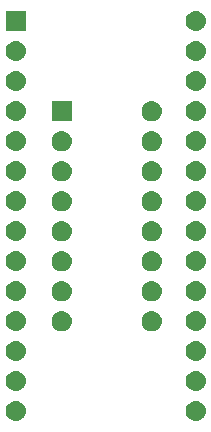
<source format=gbr>
G04 #@! TF.GenerationSoftware,KiCad,Pcbnew,(5.1.4)-1*
G04 #@! TF.CreationDate,2021-03-08T19:32:54-05:00*
G04 #@! TF.ProjectId,27c256_to_82s129,32376332-3536-45f7-946f-5f3832733132,rev?*
G04 #@! TF.SameCoordinates,Original*
G04 #@! TF.FileFunction,Soldermask,Bot*
G04 #@! TF.FilePolarity,Negative*
%FSLAX46Y46*%
G04 Gerber Fmt 4.6, Leading zero omitted, Abs format (unit mm)*
G04 Created by KiCad (PCBNEW (5.1.4)-1) date 2021-03-08 19:32:54*
%MOMM*%
%LPD*%
G04 APERTURE LIST*
%ADD10C,0.100000*%
G04 APERTURE END LIST*
D10*
G36*
X144781824Y-119866314D02*
G01*
X144942243Y-119914977D01*
X145074907Y-119985887D01*
X145090079Y-119993997D01*
X145219660Y-120100342D01*
X145326005Y-120229923D01*
X145326006Y-120229925D01*
X145405025Y-120377759D01*
X145453688Y-120538178D01*
X145470118Y-120705001D01*
X145453688Y-120871824D01*
X145405025Y-121032243D01*
X145334115Y-121164907D01*
X145326005Y-121180079D01*
X145219660Y-121309660D01*
X145090079Y-121416005D01*
X145090077Y-121416006D01*
X144942243Y-121495025D01*
X144781824Y-121543688D01*
X144656805Y-121556001D01*
X144573197Y-121556001D01*
X144448178Y-121543688D01*
X144287759Y-121495025D01*
X144139925Y-121416006D01*
X144139923Y-121416005D01*
X144010342Y-121309660D01*
X143903997Y-121180079D01*
X143895887Y-121164907D01*
X143824977Y-121032243D01*
X143776314Y-120871824D01*
X143759884Y-120705001D01*
X143776314Y-120538178D01*
X143824977Y-120377759D01*
X143903996Y-120229925D01*
X143903997Y-120229923D01*
X144010342Y-120100342D01*
X144139923Y-119993997D01*
X144155095Y-119985887D01*
X144287759Y-119914977D01*
X144448178Y-119866314D01*
X144573197Y-119854001D01*
X144656805Y-119854001D01*
X144781824Y-119866314D01*
X144781824Y-119866314D01*
G37*
G36*
X129541824Y-119866314D02*
G01*
X129702243Y-119914977D01*
X129834907Y-119985887D01*
X129850079Y-119993997D01*
X129979660Y-120100342D01*
X130086005Y-120229923D01*
X130086006Y-120229925D01*
X130165025Y-120377759D01*
X130213688Y-120538178D01*
X130230118Y-120705001D01*
X130213688Y-120871824D01*
X130165025Y-121032243D01*
X130094115Y-121164907D01*
X130086005Y-121180079D01*
X129979660Y-121309660D01*
X129850079Y-121416005D01*
X129850077Y-121416006D01*
X129702243Y-121495025D01*
X129541824Y-121543688D01*
X129416805Y-121556001D01*
X129333197Y-121556001D01*
X129208178Y-121543688D01*
X129047759Y-121495025D01*
X128899925Y-121416006D01*
X128899923Y-121416005D01*
X128770342Y-121309660D01*
X128663997Y-121180079D01*
X128655887Y-121164907D01*
X128584977Y-121032243D01*
X128536314Y-120871824D01*
X128519884Y-120705001D01*
X128536314Y-120538178D01*
X128584977Y-120377759D01*
X128663996Y-120229925D01*
X128663997Y-120229923D01*
X128770342Y-120100342D01*
X128899923Y-119993997D01*
X128915095Y-119985887D01*
X129047759Y-119914977D01*
X129208178Y-119866314D01*
X129333197Y-119854001D01*
X129416805Y-119854001D01*
X129541824Y-119866314D01*
X129541824Y-119866314D01*
G37*
G36*
X144781824Y-117326314D02*
G01*
X144942243Y-117374977D01*
X145074907Y-117445887D01*
X145090079Y-117453997D01*
X145219660Y-117560342D01*
X145326005Y-117689923D01*
X145326006Y-117689925D01*
X145405025Y-117837759D01*
X145453688Y-117998178D01*
X145470118Y-118165001D01*
X145453688Y-118331824D01*
X145405025Y-118492243D01*
X145334115Y-118624907D01*
X145326005Y-118640079D01*
X145219660Y-118769660D01*
X145090079Y-118876005D01*
X145090077Y-118876006D01*
X144942243Y-118955025D01*
X144781824Y-119003688D01*
X144656805Y-119016001D01*
X144573197Y-119016001D01*
X144448178Y-119003688D01*
X144287759Y-118955025D01*
X144139925Y-118876006D01*
X144139923Y-118876005D01*
X144010342Y-118769660D01*
X143903997Y-118640079D01*
X143895887Y-118624907D01*
X143824977Y-118492243D01*
X143776314Y-118331824D01*
X143759884Y-118165001D01*
X143776314Y-117998178D01*
X143824977Y-117837759D01*
X143903996Y-117689925D01*
X143903997Y-117689923D01*
X144010342Y-117560342D01*
X144139923Y-117453997D01*
X144155095Y-117445887D01*
X144287759Y-117374977D01*
X144448178Y-117326314D01*
X144573197Y-117314001D01*
X144656805Y-117314001D01*
X144781824Y-117326314D01*
X144781824Y-117326314D01*
G37*
G36*
X129541824Y-117326314D02*
G01*
X129702243Y-117374977D01*
X129834907Y-117445887D01*
X129850079Y-117453997D01*
X129979660Y-117560342D01*
X130086005Y-117689923D01*
X130086006Y-117689925D01*
X130165025Y-117837759D01*
X130213688Y-117998178D01*
X130230118Y-118165001D01*
X130213688Y-118331824D01*
X130165025Y-118492243D01*
X130094115Y-118624907D01*
X130086005Y-118640079D01*
X129979660Y-118769660D01*
X129850079Y-118876005D01*
X129850077Y-118876006D01*
X129702243Y-118955025D01*
X129541824Y-119003688D01*
X129416805Y-119016001D01*
X129333197Y-119016001D01*
X129208178Y-119003688D01*
X129047759Y-118955025D01*
X128899925Y-118876006D01*
X128899923Y-118876005D01*
X128770342Y-118769660D01*
X128663997Y-118640079D01*
X128655887Y-118624907D01*
X128584977Y-118492243D01*
X128536314Y-118331824D01*
X128519884Y-118165001D01*
X128536314Y-117998178D01*
X128584977Y-117837759D01*
X128663996Y-117689925D01*
X128663997Y-117689923D01*
X128770342Y-117560342D01*
X128899923Y-117453997D01*
X128915095Y-117445887D01*
X129047759Y-117374977D01*
X129208178Y-117326314D01*
X129333197Y-117314001D01*
X129416805Y-117314001D01*
X129541824Y-117326314D01*
X129541824Y-117326314D01*
G37*
G36*
X129541824Y-114786314D02*
G01*
X129702243Y-114834977D01*
X129834907Y-114905887D01*
X129850079Y-114913997D01*
X129979660Y-115020342D01*
X130086005Y-115149923D01*
X130086006Y-115149925D01*
X130165025Y-115297759D01*
X130213688Y-115458178D01*
X130230118Y-115625001D01*
X130213688Y-115791824D01*
X130165025Y-115952243D01*
X130094115Y-116084907D01*
X130086005Y-116100079D01*
X129979660Y-116229660D01*
X129850079Y-116336005D01*
X129850077Y-116336006D01*
X129702243Y-116415025D01*
X129541824Y-116463688D01*
X129416805Y-116476001D01*
X129333197Y-116476001D01*
X129208178Y-116463688D01*
X129047759Y-116415025D01*
X128899925Y-116336006D01*
X128899923Y-116336005D01*
X128770342Y-116229660D01*
X128663997Y-116100079D01*
X128655887Y-116084907D01*
X128584977Y-115952243D01*
X128536314Y-115791824D01*
X128519884Y-115625001D01*
X128536314Y-115458178D01*
X128584977Y-115297759D01*
X128663996Y-115149925D01*
X128663997Y-115149923D01*
X128770342Y-115020342D01*
X128899923Y-114913997D01*
X128915095Y-114905887D01*
X129047759Y-114834977D01*
X129208178Y-114786314D01*
X129333197Y-114774001D01*
X129416805Y-114774001D01*
X129541824Y-114786314D01*
X129541824Y-114786314D01*
G37*
G36*
X144781824Y-114786314D02*
G01*
X144942243Y-114834977D01*
X145074907Y-114905887D01*
X145090079Y-114913997D01*
X145219660Y-115020342D01*
X145326005Y-115149923D01*
X145326006Y-115149925D01*
X145405025Y-115297759D01*
X145453688Y-115458178D01*
X145470118Y-115625001D01*
X145453688Y-115791824D01*
X145405025Y-115952243D01*
X145334115Y-116084907D01*
X145326005Y-116100079D01*
X145219660Y-116229660D01*
X145090079Y-116336005D01*
X145090077Y-116336006D01*
X144942243Y-116415025D01*
X144781824Y-116463688D01*
X144656805Y-116476001D01*
X144573197Y-116476001D01*
X144448178Y-116463688D01*
X144287759Y-116415025D01*
X144139925Y-116336006D01*
X144139923Y-116336005D01*
X144010342Y-116229660D01*
X143903997Y-116100079D01*
X143895887Y-116084907D01*
X143824977Y-115952243D01*
X143776314Y-115791824D01*
X143759884Y-115625001D01*
X143776314Y-115458178D01*
X143824977Y-115297759D01*
X143903996Y-115149925D01*
X143903997Y-115149923D01*
X144010342Y-115020342D01*
X144139923Y-114913997D01*
X144155095Y-114905887D01*
X144287759Y-114834977D01*
X144448178Y-114786314D01*
X144573197Y-114774001D01*
X144656805Y-114774001D01*
X144781824Y-114786314D01*
X144781824Y-114786314D01*
G37*
G36*
X141046823Y-112261313D02*
G01*
X141207242Y-112309976D01*
X141327015Y-112373996D01*
X141355078Y-112388996D01*
X141484659Y-112495341D01*
X141591004Y-112624922D01*
X141591005Y-112624924D01*
X141670024Y-112772758D01*
X141718687Y-112933177D01*
X141735117Y-113100000D01*
X141718687Y-113266823D01*
X141670024Y-113427242D01*
X141599114Y-113559906D01*
X141591004Y-113575078D01*
X141484659Y-113704659D01*
X141355078Y-113811004D01*
X141355076Y-113811005D01*
X141207242Y-113890024D01*
X141046823Y-113938687D01*
X140921804Y-113951000D01*
X140838196Y-113951000D01*
X140713177Y-113938687D01*
X140552758Y-113890024D01*
X140404924Y-113811005D01*
X140404922Y-113811004D01*
X140275341Y-113704659D01*
X140168996Y-113575078D01*
X140160886Y-113559906D01*
X140089976Y-113427242D01*
X140041313Y-113266823D01*
X140024883Y-113100000D01*
X140041313Y-112933177D01*
X140089976Y-112772758D01*
X140168995Y-112624924D01*
X140168996Y-112624922D01*
X140275341Y-112495341D01*
X140404922Y-112388996D01*
X140432985Y-112373996D01*
X140552758Y-112309976D01*
X140713177Y-112261313D01*
X140838196Y-112249000D01*
X140921804Y-112249000D01*
X141046823Y-112261313D01*
X141046823Y-112261313D01*
G37*
G36*
X133426823Y-112261313D02*
G01*
X133587242Y-112309976D01*
X133707015Y-112373996D01*
X133735078Y-112388996D01*
X133864659Y-112495341D01*
X133971004Y-112624922D01*
X133971005Y-112624924D01*
X134050024Y-112772758D01*
X134098687Y-112933177D01*
X134115117Y-113100000D01*
X134098687Y-113266823D01*
X134050024Y-113427242D01*
X133979114Y-113559906D01*
X133971004Y-113575078D01*
X133864659Y-113704659D01*
X133735078Y-113811004D01*
X133735076Y-113811005D01*
X133587242Y-113890024D01*
X133426823Y-113938687D01*
X133301804Y-113951000D01*
X133218196Y-113951000D01*
X133093177Y-113938687D01*
X132932758Y-113890024D01*
X132784924Y-113811005D01*
X132784922Y-113811004D01*
X132655341Y-113704659D01*
X132548996Y-113575078D01*
X132540886Y-113559906D01*
X132469976Y-113427242D01*
X132421313Y-113266823D01*
X132404883Y-113100000D01*
X132421313Y-112933177D01*
X132469976Y-112772758D01*
X132548995Y-112624924D01*
X132548996Y-112624922D01*
X132655341Y-112495341D01*
X132784922Y-112388996D01*
X132812985Y-112373996D01*
X132932758Y-112309976D01*
X133093177Y-112261313D01*
X133218196Y-112249000D01*
X133301804Y-112249000D01*
X133426823Y-112261313D01*
X133426823Y-112261313D01*
G37*
G36*
X144781824Y-112246314D02*
G01*
X144942243Y-112294977D01*
X145074907Y-112365887D01*
X145090079Y-112373997D01*
X145219660Y-112480342D01*
X145326005Y-112609923D01*
X145326006Y-112609925D01*
X145405025Y-112757759D01*
X145453688Y-112918178D01*
X145470118Y-113085001D01*
X145453688Y-113251824D01*
X145405025Y-113412243D01*
X145334115Y-113544907D01*
X145326005Y-113560079D01*
X145219660Y-113689660D01*
X145090079Y-113796005D01*
X145090077Y-113796006D01*
X144942243Y-113875025D01*
X144781824Y-113923688D01*
X144656805Y-113936001D01*
X144573197Y-113936001D01*
X144448178Y-113923688D01*
X144287759Y-113875025D01*
X144139925Y-113796006D01*
X144139923Y-113796005D01*
X144010342Y-113689660D01*
X143903997Y-113560079D01*
X143895887Y-113544907D01*
X143824977Y-113412243D01*
X143776314Y-113251824D01*
X143759884Y-113085001D01*
X143776314Y-112918178D01*
X143824977Y-112757759D01*
X143903996Y-112609925D01*
X143903997Y-112609923D01*
X144010342Y-112480342D01*
X144139923Y-112373997D01*
X144155095Y-112365887D01*
X144287759Y-112294977D01*
X144448178Y-112246314D01*
X144573197Y-112234001D01*
X144656805Y-112234001D01*
X144781824Y-112246314D01*
X144781824Y-112246314D01*
G37*
G36*
X129541824Y-112246314D02*
G01*
X129702243Y-112294977D01*
X129834907Y-112365887D01*
X129850079Y-112373997D01*
X129979660Y-112480342D01*
X130086005Y-112609923D01*
X130086006Y-112609925D01*
X130165025Y-112757759D01*
X130213688Y-112918178D01*
X130230118Y-113085001D01*
X130213688Y-113251824D01*
X130165025Y-113412243D01*
X130094115Y-113544907D01*
X130086005Y-113560079D01*
X129979660Y-113689660D01*
X129850079Y-113796005D01*
X129850077Y-113796006D01*
X129702243Y-113875025D01*
X129541824Y-113923688D01*
X129416805Y-113936001D01*
X129333197Y-113936001D01*
X129208178Y-113923688D01*
X129047759Y-113875025D01*
X128899925Y-113796006D01*
X128899923Y-113796005D01*
X128770342Y-113689660D01*
X128663997Y-113560079D01*
X128655887Y-113544907D01*
X128584977Y-113412243D01*
X128536314Y-113251824D01*
X128519884Y-113085001D01*
X128536314Y-112918178D01*
X128584977Y-112757759D01*
X128663996Y-112609925D01*
X128663997Y-112609923D01*
X128770342Y-112480342D01*
X128899923Y-112373997D01*
X128915095Y-112365887D01*
X129047759Y-112294977D01*
X129208178Y-112246314D01*
X129333197Y-112234001D01*
X129416805Y-112234001D01*
X129541824Y-112246314D01*
X129541824Y-112246314D01*
G37*
G36*
X141046823Y-109721313D02*
G01*
X141207242Y-109769976D01*
X141327015Y-109833996D01*
X141355078Y-109848996D01*
X141484659Y-109955341D01*
X141591004Y-110084922D01*
X141591005Y-110084924D01*
X141670024Y-110232758D01*
X141718687Y-110393177D01*
X141735117Y-110560000D01*
X141718687Y-110726823D01*
X141670024Y-110887242D01*
X141599114Y-111019906D01*
X141591004Y-111035078D01*
X141484659Y-111164659D01*
X141355078Y-111271004D01*
X141355076Y-111271005D01*
X141207242Y-111350024D01*
X141046823Y-111398687D01*
X140921804Y-111411000D01*
X140838196Y-111411000D01*
X140713177Y-111398687D01*
X140552758Y-111350024D01*
X140404924Y-111271005D01*
X140404922Y-111271004D01*
X140275341Y-111164659D01*
X140168996Y-111035078D01*
X140160886Y-111019906D01*
X140089976Y-110887242D01*
X140041313Y-110726823D01*
X140024883Y-110560000D01*
X140041313Y-110393177D01*
X140089976Y-110232758D01*
X140168995Y-110084924D01*
X140168996Y-110084922D01*
X140275341Y-109955341D01*
X140404922Y-109848996D01*
X140432985Y-109833996D01*
X140552758Y-109769976D01*
X140713177Y-109721313D01*
X140838196Y-109709000D01*
X140921804Y-109709000D01*
X141046823Y-109721313D01*
X141046823Y-109721313D01*
G37*
G36*
X133426823Y-109721313D02*
G01*
X133587242Y-109769976D01*
X133707015Y-109833996D01*
X133735078Y-109848996D01*
X133864659Y-109955341D01*
X133971004Y-110084922D01*
X133971005Y-110084924D01*
X134050024Y-110232758D01*
X134098687Y-110393177D01*
X134115117Y-110560000D01*
X134098687Y-110726823D01*
X134050024Y-110887242D01*
X133979114Y-111019906D01*
X133971004Y-111035078D01*
X133864659Y-111164659D01*
X133735078Y-111271004D01*
X133735076Y-111271005D01*
X133587242Y-111350024D01*
X133426823Y-111398687D01*
X133301804Y-111411000D01*
X133218196Y-111411000D01*
X133093177Y-111398687D01*
X132932758Y-111350024D01*
X132784924Y-111271005D01*
X132784922Y-111271004D01*
X132655341Y-111164659D01*
X132548996Y-111035078D01*
X132540886Y-111019906D01*
X132469976Y-110887242D01*
X132421313Y-110726823D01*
X132404883Y-110560000D01*
X132421313Y-110393177D01*
X132469976Y-110232758D01*
X132548995Y-110084924D01*
X132548996Y-110084922D01*
X132655341Y-109955341D01*
X132784922Y-109848996D01*
X132812985Y-109833996D01*
X132932758Y-109769976D01*
X133093177Y-109721313D01*
X133218196Y-109709000D01*
X133301804Y-109709000D01*
X133426823Y-109721313D01*
X133426823Y-109721313D01*
G37*
G36*
X144781824Y-109706314D02*
G01*
X144942243Y-109754977D01*
X145074907Y-109825887D01*
X145090079Y-109833997D01*
X145219660Y-109940342D01*
X145326005Y-110069923D01*
X145326006Y-110069925D01*
X145405025Y-110217759D01*
X145453688Y-110378178D01*
X145470118Y-110545001D01*
X145453688Y-110711824D01*
X145405025Y-110872243D01*
X145334115Y-111004907D01*
X145326005Y-111020079D01*
X145219660Y-111149660D01*
X145090079Y-111256005D01*
X145090077Y-111256006D01*
X144942243Y-111335025D01*
X144781824Y-111383688D01*
X144656805Y-111396001D01*
X144573197Y-111396001D01*
X144448178Y-111383688D01*
X144287759Y-111335025D01*
X144139925Y-111256006D01*
X144139923Y-111256005D01*
X144010342Y-111149660D01*
X143903997Y-111020079D01*
X143895887Y-111004907D01*
X143824977Y-110872243D01*
X143776314Y-110711824D01*
X143759884Y-110545001D01*
X143776314Y-110378178D01*
X143824977Y-110217759D01*
X143903996Y-110069925D01*
X143903997Y-110069923D01*
X144010342Y-109940342D01*
X144139923Y-109833997D01*
X144155095Y-109825887D01*
X144287759Y-109754977D01*
X144448178Y-109706314D01*
X144573197Y-109694001D01*
X144656805Y-109694001D01*
X144781824Y-109706314D01*
X144781824Y-109706314D01*
G37*
G36*
X129541824Y-109706314D02*
G01*
X129702243Y-109754977D01*
X129834907Y-109825887D01*
X129850079Y-109833997D01*
X129979660Y-109940342D01*
X130086005Y-110069923D01*
X130086006Y-110069925D01*
X130165025Y-110217759D01*
X130213688Y-110378178D01*
X130230118Y-110545001D01*
X130213688Y-110711824D01*
X130165025Y-110872243D01*
X130094115Y-111004907D01*
X130086005Y-111020079D01*
X129979660Y-111149660D01*
X129850079Y-111256005D01*
X129850077Y-111256006D01*
X129702243Y-111335025D01*
X129541824Y-111383688D01*
X129416805Y-111396001D01*
X129333197Y-111396001D01*
X129208178Y-111383688D01*
X129047759Y-111335025D01*
X128899925Y-111256006D01*
X128899923Y-111256005D01*
X128770342Y-111149660D01*
X128663997Y-111020079D01*
X128655887Y-111004907D01*
X128584977Y-110872243D01*
X128536314Y-110711824D01*
X128519884Y-110545001D01*
X128536314Y-110378178D01*
X128584977Y-110217759D01*
X128663996Y-110069925D01*
X128663997Y-110069923D01*
X128770342Y-109940342D01*
X128899923Y-109833997D01*
X128915095Y-109825887D01*
X129047759Y-109754977D01*
X129208178Y-109706314D01*
X129333197Y-109694001D01*
X129416805Y-109694001D01*
X129541824Y-109706314D01*
X129541824Y-109706314D01*
G37*
G36*
X141046823Y-107181313D02*
G01*
X141207242Y-107229976D01*
X141327015Y-107293996D01*
X141355078Y-107308996D01*
X141484659Y-107415341D01*
X141591004Y-107544922D01*
X141591005Y-107544924D01*
X141670024Y-107692758D01*
X141718687Y-107853177D01*
X141735117Y-108020000D01*
X141718687Y-108186823D01*
X141670024Y-108347242D01*
X141599114Y-108479906D01*
X141591004Y-108495078D01*
X141484659Y-108624659D01*
X141355078Y-108731004D01*
X141355076Y-108731005D01*
X141207242Y-108810024D01*
X141046823Y-108858687D01*
X140921804Y-108871000D01*
X140838196Y-108871000D01*
X140713177Y-108858687D01*
X140552758Y-108810024D01*
X140404924Y-108731005D01*
X140404922Y-108731004D01*
X140275341Y-108624659D01*
X140168996Y-108495078D01*
X140160886Y-108479906D01*
X140089976Y-108347242D01*
X140041313Y-108186823D01*
X140024883Y-108020000D01*
X140041313Y-107853177D01*
X140089976Y-107692758D01*
X140168995Y-107544924D01*
X140168996Y-107544922D01*
X140275341Y-107415341D01*
X140404922Y-107308996D01*
X140432985Y-107293996D01*
X140552758Y-107229976D01*
X140713177Y-107181313D01*
X140838196Y-107169000D01*
X140921804Y-107169000D01*
X141046823Y-107181313D01*
X141046823Y-107181313D01*
G37*
G36*
X133426823Y-107181313D02*
G01*
X133587242Y-107229976D01*
X133707015Y-107293996D01*
X133735078Y-107308996D01*
X133864659Y-107415341D01*
X133971004Y-107544922D01*
X133971005Y-107544924D01*
X134050024Y-107692758D01*
X134098687Y-107853177D01*
X134115117Y-108020000D01*
X134098687Y-108186823D01*
X134050024Y-108347242D01*
X133979114Y-108479906D01*
X133971004Y-108495078D01*
X133864659Y-108624659D01*
X133735078Y-108731004D01*
X133735076Y-108731005D01*
X133587242Y-108810024D01*
X133426823Y-108858687D01*
X133301804Y-108871000D01*
X133218196Y-108871000D01*
X133093177Y-108858687D01*
X132932758Y-108810024D01*
X132784924Y-108731005D01*
X132784922Y-108731004D01*
X132655341Y-108624659D01*
X132548996Y-108495078D01*
X132540886Y-108479906D01*
X132469976Y-108347242D01*
X132421313Y-108186823D01*
X132404883Y-108020000D01*
X132421313Y-107853177D01*
X132469976Y-107692758D01*
X132548995Y-107544924D01*
X132548996Y-107544922D01*
X132655341Y-107415341D01*
X132784922Y-107308996D01*
X132812985Y-107293996D01*
X132932758Y-107229976D01*
X133093177Y-107181313D01*
X133218196Y-107169000D01*
X133301804Y-107169000D01*
X133426823Y-107181313D01*
X133426823Y-107181313D01*
G37*
G36*
X144781824Y-107166314D02*
G01*
X144942243Y-107214977D01*
X145074907Y-107285887D01*
X145090079Y-107293997D01*
X145219660Y-107400342D01*
X145326005Y-107529923D01*
X145326006Y-107529925D01*
X145405025Y-107677759D01*
X145453688Y-107838178D01*
X145470118Y-108005001D01*
X145453688Y-108171824D01*
X145405025Y-108332243D01*
X145334115Y-108464907D01*
X145326005Y-108480079D01*
X145219660Y-108609660D01*
X145090079Y-108716005D01*
X145090077Y-108716006D01*
X144942243Y-108795025D01*
X144781824Y-108843688D01*
X144656805Y-108856001D01*
X144573197Y-108856001D01*
X144448178Y-108843688D01*
X144287759Y-108795025D01*
X144139925Y-108716006D01*
X144139923Y-108716005D01*
X144010342Y-108609660D01*
X143903997Y-108480079D01*
X143895887Y-108464907D01*
X143824977Y-108332243D01*
X143776314Y-108171824D01*
X143759884Y-108005001D01*
X143776314Y-107838178D01*
X143824977Y-107677759D01*
X143903996Y-107529925D01*
X143903997Y-107529923D01*
X144010342Y-107400342D01*
X144139923Y-107293997D01*
X144155095Y-107285887D01*
X144287759Y-107214977D01*
X144448178Y-107166314D01*
X144573197Y-107154001D01*
X144656805Y-107154001D01*
X144781824Y-107166314D01*
X144781824Y-107166314D01*
G37*
G36*
X129541824Y-107166314D02*
G01*
X129702243Y-107214977D01*
X129834907Y-107285887D01*
X129850079Y-107293997D01*
X129979660Y-107400342D01*
X130086005Y-107529923D01*
X130086006Y-107529925D01*
X130165025Y-107677759D01*
X130213688Y-107838178D01*
X130230118Y-108005001D01*
X130213688Y-108171824D01*
X130165025Y-108332243D01*
X130094115Y-108464907D01*
X130086005Y-108480079D01*
X129979660Y-108609660D01*
X129850079Y-108716005D01*
X129850077Y-108716006D01*
X129702243Y-108795025D01*
X129541824Y-108843688D01*
X129416805Y-108856001D01*
X129333197Y-108856001D01*
X129208178Y-108843688D01*
X129047759Y-108795025D01*
X128899925Y-108716006D01*
X128899923Y-108716005D01*
X128770342Y-108609660D01*
X128663997Y-108480079D01*
X128655887Y-108464907D01*
X128584977Y-108332243D01*
X128536314Y-108171824D01*
X128519884Y-108005001D01*
X128536314Y-107838178D01*
X128584977Y-107677759D01*
X128663996Y-107529925D01*
X128663997Y-107529923D01*
X128770342Y-107400342D01*
X128899923Y-107293997D01*
X128915095Y-107285887D01*
X129047759Y-107214977D01*
X129208178Y-107166314D01*
X129333197Y-107154001D01*
X129416805Y-107154001D01*
X129541824Y-107166314D01*
X129541824Y-107166314D01*
G37*
G36*
X133426823Y-104641313D02*
G01*
X133587242Y-104689976D01*
X133707015Y-104753996D01*
X133735078Y-104768996D01*
X133864659Y-104875341D01*
X133971004Y-105004922D01*
X133971005Y-105004924D01*
X134050024Y-105152758D01*
X134098687Y-105313177D01*
X134115117Y-105480000D01*
X134098687Y-105646823D01*
X134050024Y-105807242D01*
X133979114Y-105939906D01*
X133971004Y-105955078D01*
X133864659Y-106084659D01*
X133735078Y-106191004D01*
X133735076Y-106191005D01*
X133587242Y-106270024D01*
X133426823Y-106318687D01*
X133301804Y-106331000D01*
X133218196Y-106331000D01*
X133093177Y-106318687D01*
X132932758Y-106270024D01*
X132784924Y-106191005D01*
X132784922Y-106191004D01*
X132655341Y-106084659D01*
X132548996Y-105955078D01*
X132540886Y-105939906D01*
X132469976Y-105807242D01*
X132421313Y-105646823D01*
X132404883Y-105480000D01*
X132421313Y-105313177D01*
X132469976Y-105152758D01*
X132548995Y-105004924D01*
X132548996Y-105004922D01*
X132655341Y-104875341D01*
X132784922Y-104768996D01*
X132812985Y-104753996D01*
X132932758Y-104689976D01*
X133093177Y-104641313D01*
X133218196Y-104629000D01*
X133301804Y-104629000D01*
X133426823Y-104641313D01*
X133426823Y-104641313D01*
G37*
G36*
X141046823Y-104641313D02*
G01*
X141207242Y-104689976D01*
X141327015Y-104753996D01*
X141355078Y-104768996D01*
X141484659Y-104875341D01*
X141591004Y-105004922D01*
X141591005Y-105004924D01*
X141670024Y-105152758D01*
X141718687Y-105313177D01*
X141735117Y-105480000D01*
X141718687Y-105646823D01*
X141670024Y-105807242D01*
X141599114Y-105939906D01*
X141591004Y-105955078D01*
X141484659Y-106084659D01*
X141355078Y-106191004D01*
X141355076Y-106191005D01*
X141207242Y-106270024D01*
X141046823Y-106318687D01*
X140921804Y-106331000D01*
X140838196Y-106331000D01*
X140713177Y-106318687D01*
X140552758Y-106270024D01*
X140404924Y-106191005D01*
X140404922Y-106191004D01*
X140275341Y-106084659D01*
X140168996Y-105955078D01*
X140160886Y-105939906D01*
X140089976Y-105807242D01*
X140041313Y-105646823D01*
X140024883Y-105480000D01*
X140041313Y-105313177D01*
X140089976Y-105152758D01*
X140168995Y-105004924D01*
X140168996Y-105004922D01*
X140275341Y-104875341D01*
X140404922Y-104768996D01*
X140432985Y-104753996D01*
X140552758Y-104689976D01*
X140713177Y-104641313D01*
X140838196Y-104629000D01*
X140921804Y-104629000D01*
X141046823Y-104641313D01*
X141046823Y-104641313D01*
G37*
G36*
X129541824Y-104626314D02*
G01*
X129702243Y-104674977D01*
X129834907Y-104745887D01*
X129850079Y-104753997D01*
X129979660Y-104860342D01*
X130086005Y-104989923D01*
X130086006Y-104989925D01*
X130165025Y-105137759D01*
X130213688Y-105298178D01*
X130230118Y-105465001D01*
X130213688Y-105631824D01*
X130165025Y-105792243D01*
X130094115Y-105924907D01*
X130086005Y-105940079D01*
X129979660Y-106069660D01*
X129850079Y-106176005D01*
X129850077Y-106176006D01*
X129702243Y-106255025D01*
X129541824Y-106303688D01*
X129416805Y-106316001D01*
X129333197Y-106316001D01*
X129208178Y-106303688D01*
X129047759Y-106255025D01*
X128899925Y-106176006D01*
X128899923Y-106176005D01*
X128770342Y-106069660D01*
X128663997Y-105940079D01*
X128655887Y-105924907D01*
X128584977Y-105792243D01*
X128536314Y-105631824D01*
X128519884Y-105465001D01*
X128536314Y-105298178D01*
X128584977Y-105137759D01*
X128663996Y-104989925D01*
X128663997Y-104989923D01*
X128770342Y-104860342D01*
X128899923Y-104753997D01*
X128915095Y-104745887D01*
X129047759Y-104674977D01*
X129208178Y-104626314D01*
X129333197Y-104614001D01*
X129416805Y-104614001D01*
X129541824Y-104626314D01*
X129541824Y-104626314D01*
G37*
G36*
X144781824Y-104626314D02*
G01*
X144942243Y-104674977D01*
X145074907Y-104745887D01*
X145090079Y-104753997D01*
X145219660Y-104860342D01*
X145326005Y-104989923D01*
X145326006Y-104989925D01*
X145405025Y-105137759D01*
X145453688Y-105298178D01*
X145470118Y-105465001D01*
X145453688Y-105631824D01*
X145405025Y-105792243D01*
X145334115Y-105924907D01*
X145326005Y-105940079D01*
X145219660Y-106069660D01*
X145090079Y-106176005D01*
X145090077Y-106176006D01*
X144942243Y-106255025D01*
X144781824Y-106303688D01*
X144656805Y-106316001D01*
X144573197Y-106316001D01*
X144448178Y-106303688D01*
X144287759Y-106255025D01*
X144139925Y-106176006D01*
X144139923Y-106176005D01*
X144010342Y-106069660D01*
X143903997Y-105940079D01*
X143895887Y-105924907D01*
X143824977Y-105792243D01*
X143776314Y-105631824D01*
X143759884Y-105465001D01*
X143776314Y-105298178D01*
X143824977Y-105137759D01*
X143903996Y-104989925D01*
X143903997Y-104989923D01*
X144010342Y-104860342D01*
X144139923Y-104753997D01*
X144155095Y-104745887D01*
X144287759Y-104674977D01*
X144448178Y-104626314D01*
X144573197Y-104614001D01*
X144656805Y-104614001D01*
X144781824Y-104626314D01*
X144781824Y-104626314D01*
G37*
G36*
X141046823Y-102101313D02*
G01*
X141207242Y-102149976D01*
X141327015Y-102213996D01*
X141355078Y-102228996D01*
X141484659Y-102335341D01*
X141591004Y-102464922D01*
X141591005Y-102464924D01*
X141670024Y-102612758D01*
X141718687Y-102773177D01*
X141735117Y-102940000D01*
X141718687Y-103106823D01*
X141670024Y-103267242D01*
X141599114Y-103399906D01*
X141591004Y-103415078D01*
X141484659Y-103544659D01*
X141355078Y-103651004D01*
X141355076Y-103651005D01*
X141207242Y-103730024D01*
X141046823Y-103778687D01*
X140921804Y-103791000D01*
X140838196Y-103791000D01*
X140713177Y-103778687D01*
X140552758Y-103730024D01*
X140404924Y-103651005D01*
X140404922Y-103651004D01*
X140275341Y-103544659D01*
X140168996Y-103415078D01*
X140160886Y-103399906D01*
X140089976Y-103267242D01*
X140041313Y-103106823D01*
X140024883Y-102940000D01*
X140041313Y-102773177D01*
X140089976Y-102612758D01*
X140168995Y-102464924D01*
X140168996Y-102464922D01*
X140275341Y-102335341D01*
X140404922Y-102228996D01*
X140432985Y-102213996D01*
X140552758Y-102149976D01*
X140713177Y-102101313D01*
X140838196Y-102089000D01*
X140921804Y-102089000D01*
X141046823Y-102101313D01*
X141046823Y-102101313D01*
G37*
G36*
X133426823Y-102101313D02*
G01*
X133587242Y-102149976D01*
X133707015Y-102213996D01*
X133735078Y-102228996D01*
X133864659Y-102335341D01*
X133971004Y-102464922D01*
X133971005Y-102464924D01*
X134050024Y-102612758D01*
X134098687Y-102773177D01*
X134115117Y-102940000D01*
X134098687Y-103106823D01*
X134050024Y-103267242D01*
X133979114Y-103399906D01*
X133971004Y-103415078D01*
X133864659Y-103544659D01*
X133735078Y-103651004D01*
X133735076Y-103651005D01*
X133587242Y-103730024D01*
X133426823Y-103778687D01*
X133301804Y-103791000D01*
X133218196Y-103791000D01*
X133093177Y-103778687D01*
X132932758Y-103730024D01*
X132784924Y-103651005D01*
X132784922Y-103651004D01*
X132655341Y-103544659D01*
X132548996Y-103415078D01*
X132540886Y-103399906D01*
X132469976Y-103267242D01*
X132421313Y-103106823D01*
X132404883Y-102940000D01*
X132421313Y-102773177D01*
X132469976Y-102612758D01*
X132548995Y-102464924D01*
X132548996Y-102464922D01*
X132655341Y-102335341D01*
X132784922Y-102228996D01*
X132812985Y-102213996D01*
X132932758Y-102149976D01*
X133093177Y-102101313D01*
X133218196Y-102089000D01*
X133301804Y-102089000D01*
X133426823Y-102101313D01*
X133426823Y-102101313D01*
G37*
G36*
X129541824Y-102086314D02*
G01*
X129702243Y-102134977D01*
X129834907Y-102205887D01*
X129850079Y-102213997D01*
X129979660Y-102320342D01*
X130086005Y-102449923D01*
X130086006Y-102449925D01*
X130165025Y-102597759D01*
X130213688Y-102758178D01*
X130230118Y-102925001D01*
X130213688Y-103091824D01*
X130165025Y-103252243D01*
X130094115Y-103384907D01*
X130086005Y-103400079D01*
X129979660Y-103529660D01*
X129850079Y-103636005D01*
X129850077Y-103636006D01*
X129702243Y-103715025D01*
X129541824Y-103763688D01*
X129416805Y-103776001D01*
X129333197Y-103776001D01*
X129208178Y-103763688D01*
X129047759Y-103715025D01*
X128899925Y-103636006D01*
X128899923Y-103636005D01*
X128770342Y-103529660D01*
X128663997Y-103400079D01*
X128655887Y-103384907D01*
X128584977Y-103252243D01*
X128536314Y-103091824D01*
X128519884Y-102925001D01*
X128536314Y-102758178D01*
X128584977Y-102597759D01*
X128663996Y-102449925D01*
X128663997Y-102449923D01*
X128770342Y-102320342D01*
X128899923Y-102213997D01*
X128915095Y-102205887D01*
X129047759Y-102134977D01*
X129208178Y-102086314D01*
X129333197Y-102074001D01*
X129416805Y-102074001D01*
X129541824Y-102086314D01*
X129541824Y-102086314D01*
G37*
G36*
X144781824Y-102086314D02*
G01*
X144942243Y-102134977D01*
X145074907Y-102205887D01*
X145090079Y-102213997D01*
X145219660Y-102320342D01*
X145326005Y-102449923D01*
X145326006Y-102449925D01*
X145405025Y-102597759D01*
X145453688Y-102758178D01*
X145470118Y-102925001D01*
X145453688Y-103091824D01*
X145405025Y-103252243D01*
X145334115Y-103384907D01*
X145326005Y-103400079D01*
X145219660Y-103529660D01*
X145090079Y-103636005D01*
X145090077Y-103636006D01*
X144942243Y-103715025D01*
X144781824Y-103763688D01*
X144656805Y-103776001D01*
X144573197Y-103776001D01*
X144448178Y-103763688D01*
X144287759Y-103715025D01*
X144139925Y-103636006D01*
X144139923Y-103636005D01*
X144010342Y-103529660D01*
X143903997Y-103400079D01*
X143895887Y-103384907D01*
X143824977Y-103252243D01*
X143776314Y-103091824D01*
X143759884Y-102925001D01*
X143776314Y-102758178D01*
X143824977Y-102597759D01*
X143903996Y-102449925D01*
X143903997Y-102449923D01*
X144010342Y-102320342D01*
X144139923Y-102213997D01*
X144155095Y-102205887D01*
X144287759Y-102134977D01*
X144448178Y-102086314D01*
X144573197Y-102074001D01*
X144656805Y-102074001D01*
X144781824Y-102086314D01*
X144781824Y-102086314D01*
G37*
G36*
X141046823Y-99561313D02*
G01*
X141207242Y-99609976D01*
X141327015Y-99673996D01*
X141355078Y-99688996D01*
X141484659Y-99795341D01*
X141591004Y-99924922D01*
X141591005Y-99924924D01*
X141670024Y-100072758D01*
X141718687Y-100233177D01*
X141735117Y-100400000D01*
X141718687Y-100566823D01*
X141670024Y-100727242D01*
X141599114Y-100859906D01*
X141591004Y-100875078D01*
X141484659Y-101004659D01*
X141355078Y-101111004D01*
X141355076Y-101111005D01*
X141207242Y-101190024D01*
X141046823Y-101238687D01*
X140921804Y-101251000D01*
X140838196Y-101251000D01*
X140713177Y-101238687D01*
X140552758Y-101190024D01*
X140404924Y-101111005D01*
X140404922Y-101111004D01*
X140275341Y-101004659D01*
X140168996Y-100875078D01*
X140160886Y-100859906D01*
X140089976Y-100727242D01*
X140041313Y-100566823D01*
X140024883Y-100400000D01*
X140041313Y-100233177D01*
X140089976Y-100072758D01*
X140168995Y-99924924D01*
X140168996Y-99924922D01*
X140275341Y-99795341D01*
X140404922Y-99688996D01*
X140432985Y-99673996D01*
X140552758Y-99609976D01*
X140713177Y-99561313D01*
X140838196Y-99549000D01*
X140921804Y-99549000D01*
X141046823Y-99561313D01*
X141046823Y-99561313D01*
G37*
G36*
X133426823Y-99561313D02*
G01*
X133587242Y-99609976D01*
X133707015Y-99673996D01*
X133735078Y-99688996D01*
X133864659Y-99795341D01*
X133971004Y-99924922D01*
X133971005Y-99924924D01*
X134050024Y-100072758D01*
X134098687Y-100233177D01*
X134115117Y-100400000D01*
X134098687Y-100566823D01*
X134050024Y-100727242D01*
X133979114Y-100859906D01*
X133971004Y-100875078D01*
X133864659Y-101004659D01*
X133735078Y-101111004D01*
X133735076Y-101111005D01*
X133587242Y-101190024D01*
X133426823Y-101238687D01*
X133301804Y-101251000D01*
X133218196Y-101251000D01*
X133093177Y-101238687D01*
X132932758Y-101190024D01*
X132784924Y-101111005D01*
X132784922Y-101111004D01*
X132655341Y-101004659D01*
X132548996Y-100875078D01*
X132540886Y-100859906D01*
X132469976Y-100727242D01*
X132421313Y-100566823D01*
X132404883Y-100400000D01*
X132421313Y-100233177D01*
X132469976Y-100072758D01*
X132548995Y-99924924D01*
X132548996Y-99924922D01*
X132655341Y-99795341D01*
X132784922Y-99688996D01*
X132812985Y-99673996D01*
X132932758Y-99609976D01*
X133093177Y-99561313D01*
X133218196Y-99549000D01*
X133301804Y-99549000D01*
X133426823Y-99561313D01*
X133426823Y-99561313D01*
G37*
G36*
X144781824Y-99546314D02*
G01*
X144942243Y-99594977D01*
X145074907Y-99665887D01*
X145090079Y-99673997D01*
X145219660Y-99780342D01*
X145326005Y-99909923D01*
X145326006Y-99909925D01*
X145405025Y-100057759D01*
X145453688Y-100218178D01*
X145470118Y-100385001D01*
X145453688Y-100551824D01*
X145405025Y-100712243D01*
X145334115Y-100844907D01*
X145326005Y-100860079D01*
X145219660Y-100989660D01*
X145090079Y-101096005D01*
X145090077Y-101096006D01*
X144942243Y-101175025D01*
X144781824Y-101223688D01*
X144656805Y-101236001D01*
X144573197Y-101236001D01*
X144448178Y-101223688D01*
X144287759Y-101175025D01*
X144139925Y-101096006D01*
X144139923Y-101096005D01*
X144010342Y-100989660D01*
X143903997Y-100860079D01*
X143895887Y-100844907D01*
X143824977Y-100712243D01*
X143776314Y-100551824D01*
X143759884Y-100385001D01*
X143776314Y-100218178D01*
X143824977Y-100057759D01*
X143903996Y-99909925D01*
X143903997Y-99909923D01*
X144010342Y-99780342D01*
X144139923Y-99673997D01*
X144155095Y-99665887D01*
X144287759Y-99594977D01*
X144448178Y-99546314D01*
X144573197Y-99534001D01*
X144656805Y-99534001D01*
X144781824Y-99546314D01*
X144781824Y-99546314D01*
G37*
G36*
X129541824Y-99546314D02*
G01*
X129702243Y-99594977D01*
X129834907Y-99665887D01*
X129850079Y-99673997D01*
X129979660Y-99780342D01*
X130086005Y-99909923D01*
X130086006Y-99909925D01*
X130165025Y-100057759D01*
X130213688Y-100218178D01*
X130230118Y-100385001D01*
X130213688Y-100551824D01*
X130165025Y-100712243D01*
X130094115Y-100844907D01*
X130086005Y-100860079D01*
X129979660Y-100989660D01*
X129850079Y-101096005D01*
X129850077Y-101096006D01*
X129702243Y-101175025D01*
X129541824Y-101223688D01*
X129416805Y-101236001D01*
X129333197Y-101236001D01*
X129208178Y-101223688D01*
X129047759Y-101175025D01*
X128899925Y-101096006D01*
X128899923Y-101096005D01*
X128770342Y-100989660D01*
X128663997Y-100860079D01*
X128655887Y-100844907D01*
X128584977Y-100712243D01*
X128536314Y-100551824D01*
X128519884Y-100385001D01*
X128536314Y-100218178D01*
X128584977Y-100057759D01*
X128663996Y-99909925D01*
X128663997Y-99909923D01*
X128770342Y-99780342D01*
X128899923Y-99673997D01*
X128915095Y-99665887D01*
X129047759Y-99594977D01*
X129208178Y-99546314D01*
X129333197Y-99534001D01*
X129416805Y-99534001D01*
X129541824Y-99546314D01*
X129541824Y-99546314D01*
G37*
G36*
X133426823Y-97021313D02*
G01*
X133587242Y-97069976D01*
X133707015Y-97133996D01*
X133735078Y-97148996D01*
X133864659Y-97255341D01*
X133971004Y-97384922D01*
X133971005Y-97384924D01*
X134050024Y-97532758D01*
X134098687Y-97693177D01*
X134115117Y-97860000D01*
X134098687Y-98026823D01*
X134050024Y-98187242D01*
X133979114Y-98319906D01*
X133971004Y-98335078D01*
X133864659Y-98464659D01*
X133735078Y-98571004D01*
X133735076Y-98571005D01*
X133587242Y-98650024D01*
X133426823Y-98698687D01*
X133301804Y-98711000D01*
X133218196Y-98711000D01*
X133093177Y-98698687D01*
X132932758Y-98650024D01*
X132784924Y-98571005D01*
X132784922Y-98571004D01*
X132655341Y-98464659D01*
X132548996Y-98335078D01*
X132540886Y-98319906D01*
X132469976Y-98187242D01*
X132421313Y-98026823D01*
X132404883Y-97860000D01*
X132421313Y-97693177D01*
X132469976Y-97532758D01*
X132548995Y-97384924D01*
X132548996Y-97384922D01*
X132655341Y-97255341D01*
X132784922Y-97148996D01*
X132812985Y-97133996D01*
X132932758Y-97069976D01*
X133093177Y-97021313D01*
X133218196Y-97009000D01*
X133301804Y-97009000D01*
X133426823Y-97021313D01*
X133426823Y-97021313D01*
G37*
G36*
X141046823Y-97021313D02*
G01*
X141207242Y-97069976D01*
X141327015Y-97133996D01*
X141355078Y-97148996D01*
X141484659Y-97255341D01*
X141591004Y-97384922D01*
X141591005Y-97384924D01*
X141670024Y-97532758D01*
X141718687Y-97693177D01*
X141735117Y-97860000D01*
X141718687Y-98026823D01*
X141670024Y-98187242D01*
X141599114Y-98319906D01*
X141591004Y-98335078D01*
X141484659Y-98464659D01*
X141355078Y-98571004D01*
X141355076Y-98571005D01*
X141207242Y-98650024D01*
X141046823Y-98698687D01*
X140921804Y-98711000D01*
X140838196Y-98711000D01*
X140713177Y-98698687D01*
X140552758Y-98650024D01*
X140404924Y-98571005D01*
X140404922Y-98571004D01*
X140275341Y-98464659D01*
X140168996Y-98335078D01*
X140160886Y-98319906D01*
X140089976Y-98187242D01*
X140041313Y-98026823D01*
X140024883Y-97860000D01*
X140041313Y-97693177D01*
X140089976Y-97532758D01*
X140168995Y-97384924D01*
X140168996Y-97384922D01*
X140275341Y-97255341D01*
X140404922Y-97148996D01*
X140432985Y-97133996D01*
X140552758Y-97069976D01*
X140713177Y-97021313D01*
X140838196Y-97009000D01*
X140921804Y-97009000D01*
X141046823Y-97021313D01*
X141046823Y-97021313D01*
G37*
G36*
X144781824Y-97006314D02*
G01*
X144942243Y-97054977D01*
X145074907Y-97125887D01*
X145090079Y-97133997D01*
X145219660Y-97240342D01*
X145326005Y-97369923D01*
X145326006Y-97369925D01*
X145405025Y-97517759D01*
X145453688Y-97678178D01*
X145470118Y-97845001D01*
X145453688Y-98011824D01*
X145405025Y-98172243D01*
X145334115Y-98304907D01*
X145326005Y-98320079D01*
X145219660Y-98449660D01*
X145090079Y-98556005D01*
X145090077Y-98556006D01*
X144942243Y-98635025D01*
X144781824Y-98683688D01*
X144656805Y-98696001D01*
X144573197Y-98696001D01*
X144448178Y-98683688D01*
X144287759Y-98635025D01*
X144139925Y-98556006D01*
X144139923Y-98556005D01*
X144010342Y-98449660D01*
X143903997Y-98320079D01*
X143895887Y-98304907D01*
X143824977Y-98172243D01*
X143776314Y-98011824D01*
X143759884Y-97845001D01*
X143776314Y-97678178D01*
X143824977Y-97517759D01*
X143903996Y-97369925D01*
X143903997Y-97369923D01*
X144010342Y-97240342D01*
X144139923Y-97133997D01*
X144155095Y-97125887D01*
X144287759Y-97054977D01*
X144448178Y-97006314D01*
X144573197Y-96994001D01*
X144656805Y-96994001D01*
X144781824Y-97006314D01*
X144781824Y-97006314D01*
G37*
G36*
X129541824Y-97006314D02*
G01*
X129702243Y-97054977D01*
X129834907Y-97125887D01*
X129850079Y-97133997D01*
X129979660Y-97240342D01*
X130086005Y-97369923D01*
X130086006Y-97369925D01*
X130165025Y-97517759D01*
X130213688Y-97678178D01*
X130230118Y-97845001D01*
X130213688Y-98011824D01*
X130165025Y-98172243D01*
X130094115Y-98304907D01*
X130086005Y-98320079D01*
X129979660Y-98449660D01*
X129850079Y-98556005D01*
X129850077Y-98556006D01*
X129702243Y-98635025D01*
X129541824Y-98683688D01*
X129416805Y-98696001D01*
X129333197Y-98696001D01*
X129208178Y-98683688D01*
X129047759Y-98635025D01*
X128899925Y-98556006D01*
X128899923Y-98556005D01*
X128770342Y-98449660D01*
X128663997Y-98320079D01*
X128655887Y-98304907D01*
X128584977Y-98172243D01*
X128536314Y-98011824D01*
X128519884Y-97845001D01*
X128536314Y-97678178D01*
X128584977Y-97517759D01*
X128663996Y-97369925D01*
X128663997Y-97369923D01*
X128770342Y-97240342D01*
X128899923Y-97133997D01*
X128915095Y-97125887D01*
X129047759Y-97054977D01*
X129208178Y-97006314D01*
X129333197Y-96994001D01*
X129416805Y-96994001D01*
X129541824Y-97006314D01*
X129541824Y-97006314D01*
G37*
G36*
X141046823Y-94481313D02*
G01*
X141207242Y-94529976D01*
X141327015Y-94593996D01*
X141355078Y-94608996D01*
X141484659Y-94715341D01*
X141591004Y-94844922D01*
X141591005Y-94844924D01*
X141670024Y-94992758D01*
X141718687Y-95153177D01*
X141735117Y-95320000D01*
X141718687Y-95486823D01*
X141670024Y-95647242D01*
X141599114Y-95779906D01*
X141591004Y-95795078D01*
X141484659Y-95924659D01*
X141355078Y-96031004D01*
X141355076Y-96031005D01*
X141207242Y-96110024D01*
X141046823Y-96158687D01*
X140921804Y-96171000D01*
X140838196Y-96171000D01*
X140713177Y-96158687D01*
X140552758Y-96110024D01*
X140404924Y-96031005D01*
X140404922Y-96031004D01*
X140275341Y-95924659D01*
X140168996Y-95795078D01*
X140160886Y-95779906D01*
X140089976Y-95647242D01*
X140041313Y-95486823D01*
X140024883Y-95320000D01*
X140041313Y-95153177D01*
X140089976Y-94992758D01*
X140168995Y-94844924D01*
X140168996Y-94844922D01*
X140275341Y-94715341D01*
X140404922Y-94608996D01*
X140432985Y-94593996D01*
X140552758Y-94529976D01*
X140713177Y-94481313D01*
X140838196Y-94469000D01*
X140921804Y-94469000D01*
X141046823Y-94481313D01*
X141046823Y-94481313D01*
G37*
G36*
X134111000Y-96171000D02*
G01*
X132409000Y-96171000D01*
X132409000Y-94469000D01*
X134111000Y-94469000D01*
X134111000Y-96171000D01*
X134111000Y-96171000D01*
G37*
G36*
X144781824Y-94466314D02*
G01*
X144942243Y-94514977D01*
X145074907Y-94585887D01*
X145090079Y-94593997D01*
X145219660Y-94700342D01*
X145326005Y-94829923D01*
X145326006Y-94829925D01*
X145405025Y-94977759D01*
X145453688Y-95138178D01*
X145470118Y-95305001D01*
X145453688Y-95471824D01*
X145405025Y-95632243D01*
X145334115Y-95764907D01*
X145326005Y-95780079D01*
X145219660Y-95909660D01*
X145090079Y-96016005D01*
X145090077Y-96016006D01*
X144942243Y-96095025D01*
X144781824Y-96143688D01*
X144656805Y-96156001D01*
X144573197Y-96156001D01*
X144448178Y-96143688D01*
X144287759Y-96095025D01*
X144139925Y-96016006D01*
X144139923Y-96016005D01*
X144010342Y-95909660D01*
X143903997Y-95780079D01*
X143895887Y-95764907D01*
X143824977Y-95632243D01*
X143776314Y-95471824D01*
X143759884Y-95305001D01*
X143776314Y-95138178D01*
X143824977Y-94977759D01*
X143903996Y-94829925D01*
X143903997Y-94829923D01*
X144010342Y-94700342D01*
X144139923Y-94593997D01*
X144155095Y-94585887D01*
X144287759Y-94514977D01*
X144448178Y-94466314D01*
X144573197Y-94454001D01*
X144656805Y-94454001D01*
X144781824Y-94466314D01*
X144781824Y-94466314D01*
G37*
G36*
X129541824Y-94466314D02*
G01*
X129702243Y-94514977D01*
X129834907Y-94585887D01*
X129850079Y-94593997D01*
X129979660Y-94700342D01*
X130086005Y-94829923D01*
X130086006Y-94829925D01*
X130165025Y-94977759D01*
X130213688Y-95138178D01*
X130230118Y-95305001D01*
X130213688Y-95471824D01*
X130165025Y-95632243D01*
X130094115Y-95764907D01*
X130086005Y-95780079D01*
X129979660Y-95909660D01*
X129850079Y-96016005D01*
X129850077Y-96016006D01*
X129702243Y-96095025D01*
X129541824Y-96143688D01*
X129416805Y-96156001D01*
X129333197Y-96156001D01*
X129208178Y-96143688D01*
X129047759Y-96095025D01*
X128899925Y-96016006D01*
X128899923Y-96016005D01*
X128770342Y-95909660D01*
X128663997Y-95780079D01*
X128655887Y-95764907D01*
X128584977Y-95632243D01*
X128536314Y-95471824D01*
X128519884Y-95305001D01*
X128536314Y-95138178D01*
X128584977Y-94977759D01*
X128663996Y-94829925D01*
X128663997Y-94829923D01*
X128770342Y-94700342D01*
X128899923Y-94593997D01*
X128915095Y-94585887D01*
X129047759Y-94514977D01*
X129208178Y-94466314D01*
X129333197Y-94454001D01*
X129416805Y-94454001D01*
X129541824Y-94466314D01*
X129541824Y-94466314D01*
G37*
G36*
X144781824Y-91926314D02*
G01*
X144942243Y-91974977D01*
X145074907Y-92045887D01*
X145090079Y-92053997D01*
X145219660Y-92160342D01*
X145326005Y-92289923D01*
X145326006Y-92289925D01*
X145405025Y-92437759D01*
X145453688Y-92598178D01*
X145470118Y-92765001D01*
X145453688Y-92931824D01*
X145405025Y-93092243D01*
X145334115Y-93224907D01*
X145326005Y-93240079D01*
X145219660Y-93369660D01*
X145090079Y-93476005D01*
X145090077Y-93476006D01*
X144942243Y-93555025D01*
X144781824Y-93603688D01*
X144656805Y-93616001D01*
X144573197Y-93616001D01*
X144448178Y-93603688D01*
X144287759Y-93555025D01*
X144139925Y-93476006D01*
X144139923Y-93476005D01*
X144010342Y-93369660D01*
X143903997Y-93240079D01*
X143895887Y-93224907D01*
X143824977Y-93092243D01*
X143776314Y-92931824D01*
X143759884Y-92765001D01*
X143776314Y-92598178D01*
X143824977Y-92437759D01*
X143903996Y-92289925D01*
X143903997Y-92289923D01*
X144010342Y-92160342D01*
X144139923Y-92053997D01*
X144155095Y-92045887D01*
X144287759Y-91974977D01*
X144448178Y-91926314D01*
X144573197Y-91914001D01*
X144656805Y-91914001D01*
X144781824Y-91926314D01*
X144781824Y-91926314D01*
G37*
G36*
X129541824Y-91926314D02*
G01*
X129702243Y-91974977D01*
X129834907Y-92045887D01*
X129850079Y-92053997D01*
X129979660Y-92160342D01*
X130086005Y-92289923D01*
X130086006Y-92289925D01*
X130165025Y-92437759D01*
X130213688Y-92598178D01*
X130230118Y-92765001D01*
X130213688Y-92931824D01*
X130165025Y-93092243D01*
X130094115Y-93224907D01*
X130086005Y-93240079D01*
X129979660Y-93369660D01*
X129850079Y-93476005D01*
X129850077Y-93476006D01*
X129702243Y-93555025D01*
X129541824Y-93603688D01*
X129416805Y-93616001D01*
X129333197Y-93616001D01*
X129208178Y-93603688D01*
X129047759Y-93555025D01*
X128899925Y-93476006D01*
X128899923Y-93476005D01*
X128770342Y-93369660D01*
X128663997Y-93240079D01*
X128655887Y-93224907D01*
X128584977Y-93092243D01*
X128536314Y-92931824D01*
X128519884Y-92765001D01*
X128536314Y-92598178D01*
X128584977Y-92437759D01*
X128663996Y-92289925D01*
X128663997Y-92289923D01*
X128770342Y-92160342D01*
X128899923Y-92053997D01*
X128915095Y-92045887D01*
X129047759Y-91974977D01*
X129208178Y-91926314D01*
X129333197Y-91914001D01*
X129416805Y-91914001D01*
X129541824Y-91926314D01*
X129541824Y-91926314D01*
G37*
G36*
X144781824Y-89386314D02*
G01*
X144942243Y-89434977D01*
X145074907Y-89505887D01*
X145090079Y-89513997D01*
X145219660Y-89620342D01*
X145326005Y-89749923D01*
X145326006Y-89749925D01*
X145405025Y-89897759D01*
X145453688Y-90058178D01*
X145470118Y-90225001D01*
X145453688Y-90391824D01*
X145405025Y-90552243D01*
X145334115Y-90684907D01*
X145326005Y-90700079D01*
X145219660Y-90829660D01*
X145090079Y-90936005D01*
X145090077Y-90936006D01*
X144942243Y-91015025D01*
X144781824Y-91063688D01*
X144656805Y-91076001D01*
X144573197Y-91076001D01*
X144448178Y-91063688D01*
X144287759Y-91015025D01*
X144139925Y-90936006D01*
X144139923Y-90936005D01*
X144010342Y-90829660D01*
X143903997Y-90700079D01*
X143895887Y-90684907D01*
X143824977Y-90552243D01*
X143776314Y-90391824D01*
X143759884Y-90225001D01*
X143776314Y-90058178D01*
X143824977Y-89897759D01*
X143903996Y-89749925D01*
X143903997Y-89749923D01*
X144010342Y-89620342D01*
X144139923Y-89513997D01*
X144155095Y-89505887D01*
X144287759Y-89434977D01*
X144448178Y-89386314D01*
X144573197Y-89374001D01*
X144656805Y-89374001D01*
X144781824Y-89386314D01*
X144781824Y-89386314D01*
G37*
G36*
X129541824Y-89386314D02*
G01*
X129702243Y-89434977D01*
X129834907Y-89505887D01*
X129850079Y-89513997D01*
X129979660Y-89620342D01*
X130086005Y-89749923D01*
X130086006Y-89749925D01*
X130165025Y-89897759D01*
X130213688Y-90058178D01*
X130230118Y-90225001D01*
X130213688Y-90391824D01*
X130165025Y-90552243D01*
X130094115Y-90684907D01*
X130086005Y-90700079D01*
X129979660Y-90829660D01*
X129850079Y-90936005D01*
X129850077Y-90936006D01*
X129702243Y-91015025D01*
X129541824Y-91063688D01*
X129416805Y-91076001D01*
X129333197Y-91076001D01*
X129208178Y-91063688D01*
X129047759Y-91015025D01*
X128899925Y-90936006D01*
X128899923Y-90936005D01*
X128770342Y-90829660D01*
X128663997Y-90700079D01*
X128655887Y-90684907D01*
X128584977Y-90552243D01*
X128536314Y-90391824D01*
X128519884Y-90225001D01*
X128536314Y-90058178D01*
X128584977Y-89897759D01*
X128663996Y-89749925D01*
X128663997Y-89749923D01*
X128770342Y-89620342D01*
X128899923Y-89513997D01*
X128915095Y-89505887D01*
X129047759Y-89434977D01*
X129208178Y-89386314D01*
X129333197Y-89374001D01*
X129416805Y-89374001D01*
X129541824Y-89386314D01*
X129541824Y-89386314D01*
G37*
G36*
X144781824Y-86846314D02*
G01*
X144942243Y-86894977D01*
X145074907Y-86965887D01*
X145090079Y-86973997D01*
X145219660Y-87080342D01*
X145326005Y-87209923D01*
X145326006Y-87209925D01*
X145405025Y-87357759D01*
X145453688Y-87518178D01*
X145470118Y-87685001D01*
X145453688Y-87851824D01*
X145405025Y-88012243D01*
X145334115Y-88144907D01*
X145326005Y-88160079D01*
X145219660Y-88289660D01*
X145090079Y-88396005D01*
X145090077Y-88396006D01*
X144942243Y-88475025D01*
X144781824Y-88523688D01*
X144656805Y-88536001D01*
X144573197Y-88536001D01*
X144448178Y-88523688D01*
X144287759Y-88475025D01*
X144139925Y-88396006D01*
X144139923Y-88396005D01*
X144010342Y-88289660D01*
X143903997Y-88160079D01*
X143895887Y-88144907D01*
X143824977Y-88012243D01*
X143776314Y-87851824D01*
X143759884Y-87685001D01*
X143776314Y-87518178D01*
X143824977Y-87357759D01*
X143903996Y-87209925D01*
X143903997Y-87209923D01*
X144010342Y-87080342D01*
X144139923Y-86973997D01*
X144155095Y-86965887D01*
X144287759Y-86894977D01*
X144448178Y-86846314D01*
X144573197Y-86834001D01*
X144656805Y-86834001D01*
X144781824Y-86846314D01*
X144781824Y-86846314D01*
G37*
G36*
X130226001Y-88536001D02*
G01*
X128524001Y-88536001D01*
X128524001Y-86834001D01*
X130226001Y-86834001D01*
X130226001Y-88536001D01*
X130226001Y-88536001D01*
G37*
M02*

</source>
